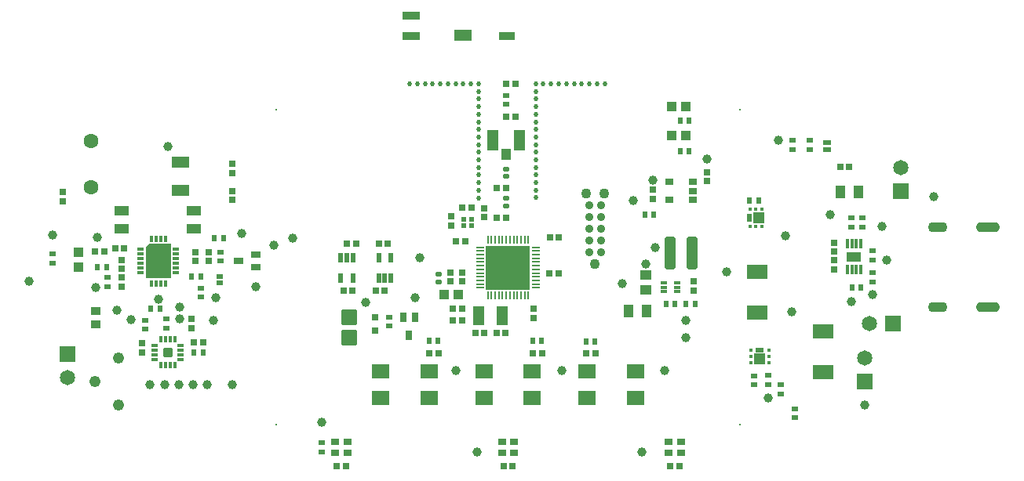
<source format=gbr>
G04*
G04 #@! TF.GenerationSoftware,Altium Limited,Altium Designer,24.3.1 (35)*
G04*
G04 Layer_Color=8388736*
%FSLAX44Y44*%
%MOMM*%
G71*
G04*
G04 #@! TF.SameCoordinates,025A4B24-8724-457C-B47B-0DB420FA472D*
G04*
G04*
G04 #@! TF.FilePolarity,Negative*
G04*
G01*
G75*
%ADD67R,1.7316X0.9616*%
%ADD68R,1.8716X1.2016*%
%ADD69R,1.9816X0.9616*%
%ADD70O,0.2508X0.8508*%
%ADD71O,0.8508X0.2508*%
%ADD72R,4.7508X4.7508*%
%ADD73R,0.7216X0.6716*%
%ADD74C,1.0016*%
%ADD75R,0.9016X0.8016*%
%ADD76R,0.6016X0.6516*%
%ADD77R,1.0516X1.0516*%
%ADD78R,0.8508X0.5108*%
%ADD79R,1.2508X1.1508*%
%ADD80R,0.4508X0.4008*%
%ADD81R,0.5108X0.8508*%
%ADD82R,1.1508X1.2508*%
%ADD83R,0.4008X0.4508*%
%ADD84R,0.5016X1.0516*%
%ADD85R,0.6716X0.7216*%
%ADD86R,1.2016X2.0016*%
%ADD87R,0.6160X0.5660*%
%ADD88R,1.5008X1.1008*%
%ADD89R,0.3708X1.1008*%
G04:AMPARAMS|DCode=90|XSize=0.3508mm|YSize=0.7208mm|CornerRadius=0.0454mm|HoleSize=0mm|Usage=FLASHONLY|Rotation=270.000|XOffset=0mm|YOffset=0mm|HoleType=Round|Shape=RoundedRectangle|*
%AMROUNDEDRECTD90*
21,1,0.3508,0.6300,0,0,270.0*
21,1,0.2600,0.7208,0,0,270.0*
1,1,0.0908,-0.3150,-0.1300*
1,1,0.0908,-0.3150,0.1300*
1,1,0.0908,0.3150,0.1300*
1,1,0.0908,0.3150,-0.1300*
%
%ADD90ROUNDEDRECTD90*%
%ADD91R,0.9525X0.7024*%
G04:AMPARAMS|DCode=92|XSize=0.9524mm|YSize=0.9524mm|CornerRadius=0.0962mm|HoleSize=0mm|Usage=FLASHONLY|Rotation=270.000|XOffset=0mm|YOffset=0mm|HoleType=Round|Shape=RoundedRectangle|*
%AMROUNDEDRECTD92*
21,1,0.9524,0.7600,0,0,270.0*
21,1,0.7600,0.9524,0,0,270.0*
1,1,0.1924,-0.3800,-0.3800*
1,1,0.1924,-0.3800,0.3800*
1,1,0.1924,0.3800,0.3800*
1,1,0.1924,0.3800,-0.3800*
%
%ADD92ROUNDEDRECTD92*%
G04:AMPARAMS|DCode=93|XSize=0.3924mm|YSize=0.7524mm|CornerRadius=0.0962mm|HoleSize=0mm|Usage=FLASHONLY|Rotation=270.000|XOffset=0mm|YOffset=0mm|HoleType=Round|Shape=RoundedRectangle|*
%AMROUNDEDRECTD93*
21,1,0.3924,0.5600,0,0,270.0*
21,1,0.2000,0.7524,0,0,270.0*
1,1,0.1924,-0.2800,-0.1000*
1,1,0.1924,-0.2800,0.1000*
1,1,0.1924,0.2800,0.1000*
1,1,0.1924,0.2800,-0.1000*
%
%ADD93ROUNDEDRECTD93*%
G04:AMPARAMS|DCode=94|XSize=0.3924mm|YSize=0.7524mm|CornerRadius=0.0962mm|HoleSize=0mm|Usage=FLASHONLY|Rotation=0.000|XOffset=0mm|YOffset=0mm|HoleType=Round|Shape=RoundedRectangle|*
%AMROUNDEDRECTD94*
21,1,0.3924,0.5600,0,0,0.0*
21,1,0.2000,0.7524,0,0,0.0*
1,1,0.1924,0.1000,-0.2800*
1,1,0.1924,-0.1000,-0.2800*
1,1,0.1924,-0.1000,0.2800*
1,1,0.1924,0.1000,0.2800*
%
%ADD94ROUNDEDRECTD94*%
%ADD95R,0.3516X0.8016*%
%ADD96R,0.8016X0.3516*%
%ADD97R,1.9016X1.6016*%
%ADD98R,0.6516X0.6016*%
%ADD99R,1.0516X1.4516*%
%ADD100R,1.1016X1.0016*%
G04:AMPARAMS|DCode=101|XSize=1.7524mm|YSize=1.6524mm|CornerRadius=0.1062mm|HoleSize=0mm|Usage=FLASHONLY|Rotation=90.000|XOffset=0mm|YOffset=0mm|HoleType=Round|Shape=RoundedRectangle|*
%AMROUNDEDRECTD101*
21,1,1.7524,1.4400,0,0,90.0*
21,1,1.5400,1.6524,0,0,90.0*
1,1,0.2124,0.7200,0.7700*
1,1,0.2124,0.7200,-0.7700*
1,1,0.2124,-0.7200,-0.7700*
1,1,0.2124,-0.7200,0.7700*
%
%ADD101ROUNDEDRECTD101*%
%ADD102R,1.1016X0.9016*%
%ADD103R,1.0016X0.8016*%
%ADD104R,0.8016X1.0016*%
G04:AMPARAMS|DCode=105|XSize=1.1324mm|YSize=3.5524mm|CornerRadius=0.1562mm|HoleSize=0mm|Usage=FLASHONLY|Rotation=180.000|XOffset=0mm|YOffset=0mm|HoleType=Round|Shape=RoundedRectangle|*
%AMROUNDEDRECTD105*
21,1,1.1324,3.2400,0,0,180.0*
21,1,0.8200,3.5524,0,0,180.0*
1,1,0.3124,-0.4100,1.6200*
1,1,0.3124,0.4100,1.6200*
1,1,0.3124,0.4100,-1.6200*
1,1,0.3124,-0.4100,-1.6200*
%
%ADD105ROUNDEDRECTD105*%
G04:AMPARAMS|DCode=106|XSize=0.5524mm|YSize=0.6524mm|CornerRadius=0.1062mm|HoleSize=0mm|Usage=FLASHONLY|Rotation=270.000|XOffset=0mm|YOffset=0mm|HoleType=Round|Shape=RoundedRectangle|*
%AMROUNDEDRECTD106*
21,1,0.5524,0.4400,0,0,270.0*
21,1,0.3400,0.6524,0,0,270.0*
1,1,0.2124,-0.2200,-0.1700*
1,1,0.2124,-0.2200,0.1700*
1,1,0.2124,0.2200,0.1700*
1,1,0.2124,0.2200,-0.1700*
%
%ADD106ROUNDEDRECTD106*%
%ADD107R,1.0016X1.0716*%
%ADD108R,1.1016X1.1516*%
%ADD109R,1.1516X2.3016*%
%ADD110C,0.8886*%
%ADD111R,0.8524X0.5524*%
%ADD112R,2.2016X1.5016*%
%ADD113R,0.8016X0.5016*%
%ADD114R,0.8016X0.7016*%
%ADD115R,1.1524X1.0524*%
%ADD116R,1.9016X1.2016*%
%ADD117R,1.5016X1.0516*%
%ADD118R,1.6516X1.6516*%
%ADD119C,1.6516*%
%ADD120R,1.6516X1.6516*%
%ADD121C,0.2032*%
%ADD122C,1.2192*%
%ADD123C,1.6016*%
G04:AMPARAMS|DCode=124|XSize=1.1mm|YSize=2.6mm|CornerRadius=0.55mm|HoleSize=0mm|Usage=FLASHONLY|Rotation=270.000|XOffset=0mm|YOffset=0mm|HoleType=Round|Shape=RoundedRectangle|*
%AMROUNDEDRECTD124*
21,1,1.1000,1.5000,0,0,270.0*
21,1,0.0000,2.6000,0,0,270.0*
1,1,1.1000,-0.7500,0.0000*
1,1,1.1000,-0.7500,0.0000*
1,1,1.1000,0.7500,0.0000*
1,1,1.1000,0.7500,0.0000*
%
%ADD124ROUNDEDRECTD124*%
G04:AMPARAMS|DCode=125|XSize=1.1mm|YSize=2.1mm|CornerRadius=0.55mm|HoleSize=0mm|Usage=FLASHONLY|Rotation=270.000|XOffset=0mm|YOffset=0mm|HoleType=Round|Shape=RoundedRectangle|*
%AMROUNDEDRECTD125*
21,1,1.1000,1.0000,0,0,270.0*
21,1,0.0000,2.1000,0,0,270.0*
1,1,1.1000,-0.5000,0.0000*
1,1,1.1000,-0.5000,0.0000*
1,1,1.1000,0.5000,0.0000*
1,1,1.1000,0.5000,0.0000*
%
%ADD125ROUNDEDRECTD125*%
%ADD126C,1.0926*%
%ADD127C,0.5174*%
G36*
X-387328Y25182D02*
X-364019D01*
X-363919Y25173D01*
X-363824Y25143D01*
X-363735Y25096D01*
X-363658Y25033D01*
X-363595Y24955D01*
X-363547Y24867D01*
X-363518Y24771D01*
X-363508Y24672D01*
Y-11330D01*
X-363518Y-11430D01*
X-363547Y-11526D01*
X-363595Y-11614D01*
X-363658Y-11691D01*
X-363735Y-11755D01*
X-363824Y-11802D01*
X-363919Y-11831D01*
X-364019Y-11841D01*
X-390520D01*
X-390620Y-11831D01*
X-390716Y-11802D01*
X-390804Y-11755D01*
X-390881Y-11691D01*
X-390945Y-11614D01*
X-390992Y-11526D01*
X-391021Y-11430D01*
X-391031Y-11330D01*
Y21480D01*
X-391021Y21580D01*
X-390992Y21675D01*
X-390945Y21764D01*
X-390881Y21841D01*
X-387689Y25033D01*
X-387612Y25096D01*
X-387555Y25127D01*
X-387524Y25143D01*
X-387428Y25173D01*
X-387328Y25182D01*
X-387328Y25182D01*
D02*
G37*
D67*
X-1564Y249519D02*
D03*
D68*
X-48564Y251069D02*
D03*
D69*
X-104464Y249519D02*
D03*
Y271919D02*
D03*
D70*
X-22000Y-30640D02*
D03*
X-18000D02*
D03*
X-14000D02*
D03*
X-10000D02*
D03*
X-6000D02*
D03*
X-2000D02*
D03*
X2000D02*
D03*
X6000D02*
D03*
X10000D02*
D03*
X14000D02*
D03*
X18000D02*
D03*
X22000D02*
D03*
Y29860D02*
D03*
X18000D02*
D03*
X14000D02*
D03*
X10000D02*
D03*
X6000D02*
D03*
X2000D02*
D03*
X-2000D02*
D03*
X-6000D02*
D03*
X-10000D02*
D03*
X-14000D02*
D03*
X-18000D02*
D03*
X-22000D02*
D03*
D71*
X30250Y-22390D02*
D03*
Y-18390D02*
D03*
Y-14390D02*
D03*
Y-10390D02*
D03*
Y-6390D02*
D03*
Y-2390D02*
D03*
Y1610D02*
D03*
Y5610D02*
D03*
Y9610D02*
D03*
Y13610D02*
D03*
Y17610D02*
D03*
Y21610D02*
D03*
X-30250D02*
D03*
Y17610D02*
D03*
Y13610D02*
D03*
Y9610D02*
D03*
Y5610D02*
D03*
Y1610D02*
D03*
Y-2390D02*
D03*
Y-6390D02*
D03*
Y-10390D02*
D03*
Y-14390D02*
D03*
Y-18390D02*
D03*
Y-22390D02*
D03*
D72*
X0Y-390D02*
D03*
D73*
X-480060Y71350D02*
D03*
Y81050D02*
D03*
X-297180Y72620D02*
D03*
Y82320D02*
D03*
Y111530D02*
D03*
Y101830D02*
D03*
X351790Y26440D02*
D03*
Y16740D02*
D03*
Y-2310D02*
D03*
Y7390D02*
D03*
X200660Y-15240D02*
D03*
Y-24940D02*
D03*
X156210Y83590D02*
D03*
Y73890D02*
D03*
X214630Y102640D02*
D03*
Y92940D02*
D03*
X-341630Y-65810D02*
D03*
Y-56110D02*
D03*
X-337390Y16125D02*
D03*
Y6425D02*
D03*
X-395000Y-91960D02*
D03*
Y-82260D02*
D03*
X-323420Y6410D02*
D03*
Y16110D02*
D03*
X-416590Y-11140D02*
D03*
Y-20840D02*
D03*
Y7910D02*
D03*
Y-1790D02*
D03*
X27940Y-45070D02*
D03*
Y-54770D02*
D03*
X-25400Y63920D02*
D03*
Y54220D02*
D03*
X-61250Y54800D02*
D03*
Y45100D02*
D03*
X-62230Y-15400D02*
D03*
Y-5700D02*
D03*
X-49530Y-15400D02*
D03*
Y-5700D02*
D03*
D74*
X-297180Y-126680D02*
D03*
X-324565D02*
D03*
X-516890Y-15240D02*
D03*
X158750Y21590D02*
D03*
X-153670Y-38100D02*
D03*
X-95250Y10160D02*
D03*
X280678Y-141031D02*
D03*
X459486Y76454D02*
D03*
X292100Y137160D02*
D03*
X384810Y-148590D02*
D03*
X306070Y-48260D02*
D03*
X236220Y-5080D02*
D03*
X299720Y34290D02*
D03*
X403860Y44450D02*
D03*
X393700Y-29210D02*
D03*
X370840Y-36830D02*
D03*
X347980Y57150D02*
D03*
X408940Y7620D02*
D03*
X156210Y93980D02*
D03*
X214630Y117024D02*
D03*
X191770Y-57150D02*
D03*
X148590Y3810D02*
D03*
X191770Y-76200D02*
D03*
X123190Y-17780D02*
D03*
X135225Y71939D02*
D03*
X-444500Y-21590D02*
D03*
X-491570Y34610D02*
D03*
X-315040Y-32700D02*
D03*
X-252730Y24130D02*
D03*
X-443310Y32070D02*
D03*
X-287465Y36222D02*
D03*
X-386210Y-126680D02*
D03*
X-370799D02*
D03*
X-354330Y-43180D02*
D03*
X-271810Y-21070D02*
D03*
X-367030Y130810D02*
D03*
X-354330Y-55880D02*
D03*
X-317580Y-57140D02*
D03*
X-355387Y-126680D02*
D03*
X-339976D02*
D03*
X-406430Y-56940D02*
D03*
X-377024Y-34713D02*
D03*
X-421974Y-46811D02*
D03*
X-232410Y31000D02*
D03*
X144780Y-199390D02*
D03*
X-33020D02*
D03*
X-200660Y-167240D02*
D03*
X-100330Y-32620D02*
D03*
X-55880Y-111760D02*
D03*
X58420D02*
D03*
X168910D02*
D03*
D75*
X186500Y-201000D02*
D03*
Y-189000D02*
D03*
X173500D02*
D03*
Y-201000D02*
D03*
X6500D02*
D03*
Y-189000D02*
D03*
X-6500D02*
D03*
Y-201000D02*
D03*
X-173500D02*
D03*
Y-189000D02*
D03*
X-186500D02*
D03*
Y-201000D02*
D03*
D76*
X185750Y158750D02*
D03*
X195250D02*
D03*
X185750Y125730D02*
D03*
X195250D02*
D03*
X270180Y72390D02*
D03*
X260680D02*
D03*
X371170Y-21590D02*
D03*
X380670D02*
D03*
X201600Y-39370D02*
D03*
X192100D02*
D03*
X179930D02*
D03*
X170430D02*
D03*
X157150Y57150D02*
D03*
X147650D02*
D03*
X-329340Y-92390D02*
D03*
X-338840D02*
D03*
X-442930Y247D02*
D03*
X-433430D02*
D03*
X-331880Y-9840D02*
D03*
X-341380D02*
D03*
X-316760Y31000D02*
D03*
X-307260D02*
D03*
X-375825Y-45078D02*
D03*
X-385325D02*
D03*
X-85260Y-79210D02*
D03*
X-75760D02*
D03*
X26500D02*
D03*
X36000D02*
D03*
X84150Y-80010D02*
D03*
X93650D02*
D03*
D77*
X191650Y173990D02*
D03*
X176650D02*
D03*
X191650Y142240D02*
D03*
X176650D02*
D03*
D78*
X271780Y-89420D02*
D03*
D79*
Y-99320D02*
D03*
D80*
X262268Y-90020D02*
D03*
X281292D02*
D03*
X262268Y-103020D02*
D03*
X281292D02*
D03*
X262268Y-96520D02*
D03*
X281292D02*
D03*
D81*
X260350Y53340D02*
D03*
D82*
X270250D02*
D03*
D83*
X260950Y43828D02*
D03*
Y62852D02*
D03*
X273950Y43828D02*
D03*
Y62852D02*
D03*
X267450Y43828D02*
D03*
Y62852D02*
D03*
D84*
X-139496Y10310D02*
D03*
X-126496D02*
D03*
Y-11690D02*
D03*
X-132996D02*
D03*
X-139496D02*
D03*
X-167490D02*
D03*
X-180490D02*
D03*
Y10310D02*
D03*
X-173990D02*
D03*
X-167490D02*
D03*
D85*
X-139470Y25400D02*
D03*
X-129770D02*
D03*
X-132996Y-25400D02*
D03*
X-142696D02*
D03*
X-55886Y28189D02*
D03*
X-46186D02*
D03*
X-167870Y-25400D02*
D03*
X-177570D02*
D03*
X-173760Y25400D02*
D03*
X-164060D02*
D03*
X358282Y108024D02*
D03*
X367982D02*
D03*
X-338940Y-80960D02*
D03*
X-329240D02*
D03*
X-435680Y17030D02*
D03*
X-445380D02*
D03*
X-414330Y20640D02*
D03*
X-424030D02*
D03*
X-1858Y198422D02*
D03*
X7842D02*
D03*
X-1858Y162862D02*
D03*
X7842D02*
D03*
X44680Y-6740D02*
D03*
X54380D02*
D03*
X44988Y32497D02*
D03*
X54688D02*
D03*
X-2318Y85782D02*
D03*
X-12018D02*
D03*
X-2168Y53380D02*
D03*
X-11868D02*
D03*
X-2770Y-71120D02*
D03*
X-12470D02*
D03*
X-35330D02*
D03*
X-25630D02*
D03*
X-49300Y64770D02*
D03*
X-39600D02*
D03*
X-49760Y-57540D02*
D03*
X-59460D02*
D03*
X-49760Y-44840D02*
D03*
X-59460D02*
D03*
X4850Y-215100D02*
D03*
X-4850D02*
D03*
X184850D02*
D03*
X175150D02*
D03*
X-175067Y-215005D02*
D03*
X-184767D02*
D03*
X-84860Y-93180D02*
D03*
X-75160D02*
D03*
X26900D02*
D03*
X36600D02*
D03*
X84550D02*
D03*
X94250D02*
D03*
D86*
X-6619Y-52700D02*
D03*
X-31619D02*
D03*
D87*
X-47570Y45330D02*
D03*
Y52030D02*
D03*
X-39370D02*
D03*
Y45330D02*
D03*
D88*
X373380Y11430D02*
D03*
D89*
X380880Y25530D02*
D03*
X375880D02*
D03*
X370880D02*
D03*
X365880D02*
D03*
X380880Y-2670D02*
D03*
X375880D02*
D03*
X370880D02*
D03*
X365880D02*
D03*
D90*
X182660Y-26590D02*
D03*
Y-21590D02*
D03*
Y-16590D02*
D03*
X167860D02*
D03*
Y-21590D02*
D03*
Y-26590D02*
D03*
D91*
X174181Y73050D02*
D03*
Y92050D02*
D03*
X199200D02*
D03*
Y82550D02*
D03*
Y73050D02*
D03*
D92*
X-367060Y-92190D02*
D03*
D93*
X-353060Y-84690D02*
D03*
Y-89690D02*
D03*
Y-94690D02*
D03*
Y-99690D02*
D03*
X-381060D02*
D03*
Y-94690D02*
D03*
Y-89690D02*
D03*
Y-84690D02*
D03*
D94*
X-359560Y-106190D02*
D03*
X-364560D02*
D03*
X-369560D02*
D03*
X-374560D02*
D03*
Y-78190D02*
D03*
X-369560D02*
D03*
X-364560D02*
D03*
X-359560D02*
D03*
D95*
X-384770Y-17330D02*
D03*
X-379770D02*
D03*
X-374770D02*
D03*
X-369770D02*
D03*
Y30670D02*
D03*
X-374770D02*
D03*
X-379770D02*
D03*
X-384770D02*
D03*
D96*
X-358270Y-5830D02*
D03*
Y-830D02*
D03*
Y4170D02*
D03*
Y9170D02*
D03*
Y14170D02*
D03*
Y19170D02*
D03*
X-396270Y4170D02*
D03*
Y19170D02*
D03*
Y14170D02*
D03*
Y9170D02*
D03*
Y-830D02*
D03*
Y-5830D02*
D03*
D97*
X-85460Y-112440D02*
D03*
Y-141440D02*
D03*
X-137460Y-112440D02*
D03*
Y-141440D02*
D03*
X26000Y-112440D02*
D03*
Y-141440D02*
D03*
X-26000Y-112440D02*
D03*
Y-141440D02*
D03*
X137460Y-112440D02*
D03*
Y-141440D02*
D03*
X85460Y-112440D02*
D03*
Y-141440D02*
D03*
D98*
X294640Y-136830D02*
D03*
Y-127330D02*
D03*
X265430Y-127000D02*
D03*
Y-117500D02*
D03*
X307340Y127330D02*
D03*
Y136830D02*
D03*
X325137Y127330D02*
D03*
Y136830D02*
D03*
X280670Y-126670D02*
D03*
Y-117170D02*
D03*
X309880Y-162814D02*
D03*
Y-153314D02*
D03*
X382270Y43510D02*
D03*
Y53010D02*
D03*
X393700Y-15740D02*
D03*
Y-6240D02*
D03*
X370840Y53010D02*
D03*
Y43510D02*
D03*
X393700Y17450D02*
D03*
Y7950D02*
D03*
X-309971Y16010D02*
D03*
Y6510D02*
D03*
X-331550Y-32040D02*
D03*
Y-22540D02*
D03*
X-491520Y4660D02*
D03*
Y14160D02*
D03*
X-368300Y-65710D02*
D03*
Y-56210D02*
D03*
X-391240Y-66660D02*
D03*
Y-57160D02*
D03*
X-431830Y-20740D02*
D03*
Y-11240D02*
D03*
X-128270Y-63560D02*
D03*
Y-54060D02*
D03*
X-2088Y175892D02*
D03*
Y185392D02*
D03*
X-200660Y-199530D02*
D03*
Y-190030D02*
D03*
D99*
X378050Y81280D02*
D03*
X358550D02*
D03*
X149450Y-46990D02*
D03*
X129950D02*
D03*
D100*
X-463580Y-262D02*
D03*
Y15738D02*
D03*
D101*
X-171450Y-76160D02*
D03*
Y-54160D02*
D03*
D102*
X-444580Y-61540D02*
D03*
Y-47040D02*
D03*
D103*
X-290860Y6870D02*
D03*
X-271860Y13370D02*
D03*
Y370D02*
D03*
D104*
X-106680Y-73390D02*
D03*
X-113180Y-54390D02*
D03*
X-100180D02*
D03*
D105*
X198540Y15240D02*
D03*
X174840D02*
D03*
D106*
X-2088Y106112D02*
D03*
Y98112D02*
D03*
Y74152D02*
D03*
Y66152D02*
D03*
X-74930Y-7820D02*
D03*
Y-15820D02*
D03*
D107*
X-53340Y-29600D02*
D03*
X-69040D02*
D03*
D108*
X-2088Y122212D02*
D03*
D109*
X12662Y137462D02*
D03*
X-16838D02*
D03*
D110*
X87630Y16510D02*
D03*
Y29210D02*
D03*
Y41910D02*
D03*
Y54610D02*
D03*
Y67310D02*
D03*
X100330D02*
D03*
Y54610D02*
D03*
Y41910D02*
D03*
Y29210D02*
D03*
Y16510D02*
D03*
D111*
X344170Y134310D02*
D03*
Y127310D02*
D03*
D112*
X340360Y-113440D02*
D03*
Y-69440D02*
D03*
X269240Y-48670D02*
D03*
Y-4670D02*
D03*
D113*
X-311230Y-17150D02*
D03*
Y-10150D02*
D03*
D114*
X-143510Y-54350D02*
D03*
Y-68350D02*
D03*
D115*
X148590Y-24510D02*
D03*
Y-8510D02*
D03*
D116*
X-353090Y113310D02*
D03*
Y83310D02*
D03*
D117*
X-416590Y41570D02*
D03*
Y61070D02*
D03*
X-339120Y41570D02*
D03*
Y61070D02*
D03*
D118*
X-474980Y-93980D02*
D03*
X384810Y-123190D02*
D03*
X424180Y82550D02*
D03*
D119*
X-474980Y-119380D02*
D03*
X389890Y-60960D02*
D03*
X384810Y-97790D02*
D03*
X424180Y107950D02*
D03*
D120*
X415290Y-60960D02*
D03*
D121*
X-250000Y170000D02*
D03*
X250000D02*
D03*
X-250000Y-170000D02*
D03*
X250000D02*
D03*
D122*
X-420370Y-148590D02*
D03*
X-445770Y-123190D02*
D03*
X-420370Y-97790D02*
D03*
D123*
X-449580Y86760D02*
D03*
Y136760D02*
D03*
D124*
X517500Y-43200D02*
D03*
Y43200D02*
D03*
D125*
X463900Y-43200D02*
D03*
Y43200D02*
D03*
D126*
X93980Y3810D02*
D03*
X104130Y80010D02*
D03*
X83830D02*
D03*
D127*
X-97895Y198068D02*
D03*
X-106163D02*
D03*
X-31750D02*
D03*
X-40018D02*
D03*
X-48286D02*
D03*
X-56554D02*
D03*
X-64822D02*
D03*
X-31750Y157022D02*
D03*
Y165231D02*
D03*
Y173441D02*
D03*
Y181650D02*
D03*
Y189859D02*
D03*
Y115976D02*
D03*
Y124185D02*
D03*
Y132395D02*
D03*
Y140604D02*
D03*
Y148813D02*
D03*
Y107767D02*
D03*
Y91348D02*
D03*
Y83139D02*
D03*
Y74930D02*
D03*
Y99558D02*
D03*
X29832Y74982D02*
D03*
Y83191D02*
D03*
Y91400D02*
D03*
Y99609D02*
D03*
Y107818D02*
D03*
Y148865D02*
D03*
Y140655D02*
D03*
Y132446D02*
D03*
Y124237D02*
D03*
Y116028D02*
D03*
Y189911D02*
D03*
Y181702D02*
D03*
Y173492D02*
D03*
Y165283D02*
D03*
Y157074D02*
D03*
X62904Y198120D02*
D03*
X54636D02*
D03*
X46368D02*
D03*
X38100D02*
D03*
X29832D02*
D03*
X104245D02*
D03*
X95977D02*
D03*
X87709D02*
D03*
X79440D02*
D03*
X71172D02*
D03*
X-73090Y198068D02*
D03*
X-81358D02*
D03*
X-89627D02*
D03*
M02*

</source>
